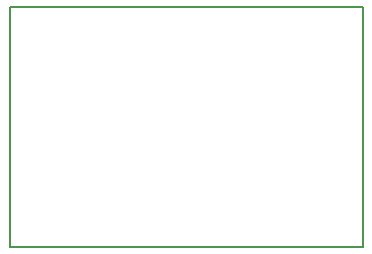
<source format=gm1>
G04 #@! TF.GenerationSoftware,KiCad,Pcbnew,(5.0.0)*
G04 #@! TF.CreationDate,2018-08-19T14:30:57-03:00*
G04 #@! TF.ProjectId,franzininho-tiny841,6672616E7A696E696E686F2D74696E79,rev?*
G04 #@! TF.SameCoordinates,Original*
G04 #@! TF.FileFunction,Profile,NP*
%FSLAX46Y46*%
G04 Gerber Fmt 4.6, Leading zero omitted, Abs format (unit mm)*
G04 Created by KiCad (PCBNEW (5.0.0)) date 08/19/18 14:30:57*
%MOMM*%
%LPD*%
G01*
G04 APERTURE LIST*
%ADD10C,0.200000*%
G04 APERTURE END LIST*
D10*
X180340000Y-102870000D02*
X210185000Y-102870000D01*
X180340000Y-123190000D02*
X180340000Y-102870000D01*
X210185000Y-123190000D02*
X180340000Y-123190000D01*
X210185000Y-102870000D02*
X210185000Y-123190000D01*
M02*

</source>
